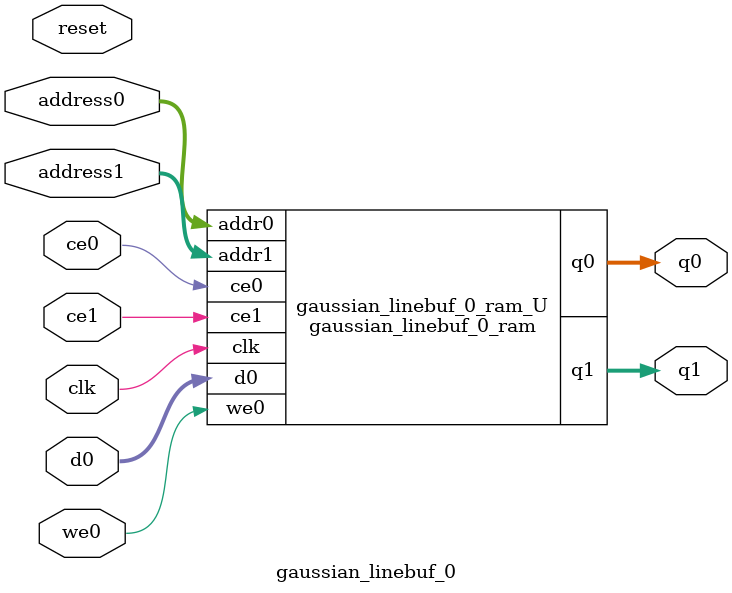
<source format=v>
`timescale 1 ns / 1 ps
module gaussian_linebuf_0_ram (addr0, ce0, d0, we0, q0, addr1, ce1, q1,  clk);

parameter DWIDTH = 32;
parameter AWIDTH = 9;
parameter MEM_SIZE = 512;

input[AWIDTH-1:0] addr0;
input ce0;
input[DWIDTH-1:0] d0;
input we0;
output reg[DWIDTH-1:0] q0;
input[AWIDTH-1:0] addr1;
input ce1;
output reg[DWIDTH-1:0] q1;
input clk;

reg [DWIDTH-1:0] ram[0:MEM_SIZE-1];




always @(posedge clk)  
begin 
    if (ce0) begin
        if (we0) 
            ram[addr0] <= d0; 
        q0 <= ram[addr0];
    end
end


always @(posedge clk)  
begin 
    if (ce1) begin
        q1 <= ram[addr1];
    end
end


endmodule

`timescale 1 ns / 1 ps
module gaussian_linebuf_0(
    reset,
    clk,
    address0,
    ce0,
    we0,
    d0,
    q0,
    address1,
    ce1,
    q1);

parameter DataWidth = 32'd32;
parameter AddressRange = 32'd512;
parameter AddressWidth = 32'd9;
input reset;
input clk;
input[AddressWidth - 1:0] address0;
input ce0;
input we0;
input[DataWidth - 1:0] d0;
output[DataWidth - 1:0] q0;
input[AddressWidth - 1:0] address1;
input ce1;
output[DataWidth - 1:0] q1;



gaussian_linebuf_0_ram gaussian_linebuf_0_ram_U(
    .clk( clk ),
    .addr0( address0 ),
    .ce0( ce0 ),
    .we0( we0 ),
    .d0( d0 ),
    .q0( q0 ),
    .addr1( address1 ),
    .ce1( ce1 ),
    .q1( q1 ));

endmodule


</source>
